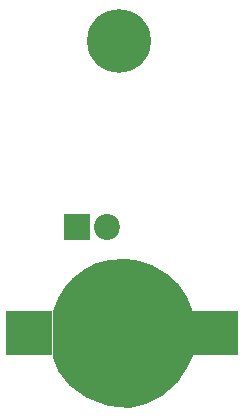
<source format=gbr>
G04 #@! TF.GenerationSoftware,KiCad,Pcbnew,(5.0.0-rc2-dev-321-g78161b592)*
G04 #@! TF.CreationDate,2018-09-15T23:15:39-06:00*
G04 #@! TF.ProjectId,trevor,747265766F722E6B696361645F706362,rev?*
G04 #@! TF.SameCoordinates,Original*
G04 #@! TF.FileFunction,Soldermask,Bot*
G04 #@! TF.FilePolarity,Negative*
%FSLAX46Y46*%
G04 Gerber Fmt 4.6, Leading zero omitted, Abs format (unit mm)*
G04 Created by KiCad (PCBNEW (5.0.0-rc2-dev-321-g78161b592)) date 09/15/18 23:15:39*
%MOMM*%
%LPD*%
G01*
G04 APERTURE LIST*
%ADD10R,3.900000X3.700000*%
%ADD11R,4.400000X4.400000*%
%ADD12R,2.200000X2.200000*%
%ADD13C,2.200000*%
%ADD14C,5.400000*%
%ADD15C,0.254000*%
G04 APERTURE END LIST*
D10*
X100200000Y-80000000D03*
X84400000Y-80000000D03*
D11*
X92300000Y-80000000D03*
D12*
X88500000Y-71050000D03*
D13*
X91040000Y-71050000D03*
D14*
X92000000Y-55350000D03*
D15*
G36*
X93345433Y-73935952D02*
X94717705Y-74328030D01*
X95993004Y-75112829D01*
X96973658Y-75995418D01*
X97656432Y-76970810D01*
X98142388Y-78234295D01*
X98142388Y-81883204D01*
X97658019Y-82948816D01*
X96873666Y-84125346D01*
X95598974Y-85203931D01*
X94227014Y-85889911D01*
X92859428Y-86182965D01*
X91096600Y-86085030D01*
X89331002Y-85398409D01*
X87859685Y-84319443D01*
X86979285Y-83145576D01*
X86496388Y-82083204D01*
X86496388Y-78138224D01*
X86980757Y-77072612D01*
X87570800Y-76187548D01*
X88158049Y-75502424D01*
X89138217Y-74718289D01*
X90114935Y-74229931D01*
X91191556Y-73936307D01*
X92368331Y-73838242D01*
X93345433Y-73935952D01*
X93345433Y-73935952D01*
G37*
X93345433Y-73935952D02*
X94717705Y-74328030D01*
X95993004Y-75112829D01*
X96973658Y-75995418D01*
X97656432Y-76970810D01*
X98142388Y-78234295D01*
X98142388Y-81883204D01*
X97658019Y-82948816D01*
X96873666Y-84125346D01*
X95598974Y-85203931D01*
X94227014Y-85889911D01*
X92859428Y-86182965D01*
X91096600Y-86085030D01*
X89331002Y-85398409D01*
X87859685Y-84319443D01*
X86979285Y-83145576D01*
X86496388Y-82083204D01*
X86496388Y-78138224D01*
X86980757Y-77072612D01*
X87570800Y-76187548D01*
X88158049Y-75502424D01*
X89138217Y-74718289D01*
X90114935Y-74229931D01*
X91191556Y-73936307D01*
X92368331Y-73838242D01*
X93345433Y-73935952D01*
M02*

</source>
